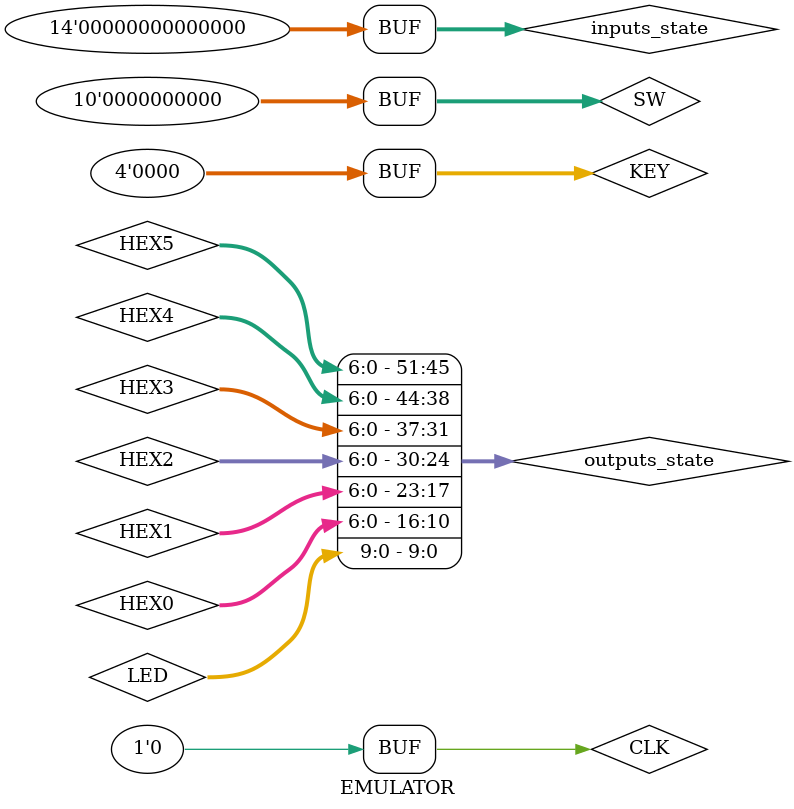
<source format=v>
`timescale 1ns/1ns

module EMULATOR();


reg CLK = 0;
wire [9:0] SW;
wire [3:0] KEY;
wire [9:0] LED;
wire [6:0] HEX0;
wire [6:0] HEX1;
wire [6:0] HEX2;
wire [6:0] HEX3;
wire [6:0] HEX4;
wire [6:0] HEX5;

///////// TU WSTAW TESTOWANY MODUŁ ////////////


mammamia dut (
    .KEY(KEY[0]),
    .SW9(SW[9]),
    .SW2(SW[2]),
    .SW1(SW[1]),
    .SW0(SW[0]),
    .LED(LED[5:0]),
    .HEX(HEX0)
);

always @(*) begin
    $display("LED: %b | KEY: %b | SW: %b", LED, KEY, SW);
end

/////////////////////////////////////////////

parameter INPUTS_STATE_LEN  = 14;
parameter OUTPUTS_STATE_LEN = 52;


wire [OUTPUTS_STATE_LEN-1 : 0] outputs_state;
reg  [INPUTS_STATE_LEN-1  : 0] inputs_state  = 0;

assign SW  = inputs_state[9:0];
assign KEY = inputs_state[13:10];
assign outputs_state[9:0]   = LED;
assign outputs_state[16:10] = HEX0;
assign outputs_state[23:17] = HEX1;
assign outputs_state[30:24] = HEX2;
assign outputs_state[37:31] = HEX3;
assign outputs_state[44:38] = HEX4;
assign outputs_state[51:45] = HEX5;

function [OUTPUTS_STATE_LEN-1:0] update_state(input [INPUTS_STATE_LEN-1:0] new_inputs_state);
begin
    inputs_state = new_inputs_state;
    update_state = outputs_state;
end
endfunction


endmodule
</source>
